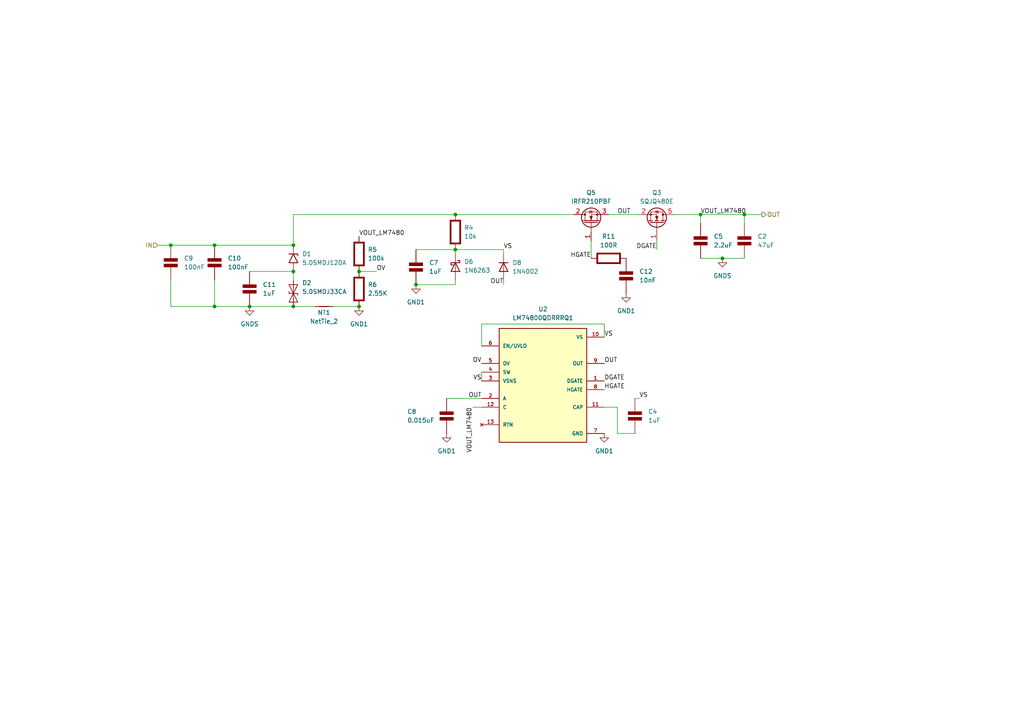
<source format=kicad_sch>
(kicad_sch (version 20250114) (generator "eeschema") (generator_version "9.0")
  (paper "A4")
  (lib_symbols
    (symbol "Device:NetTie_2" (pin_numbers (hide yes)) (pin_names (offset 0) (hide yes)) (in_bom no)
      (property "Reference" "NT" (at 0 1.27 0))
      (property "Value" "NetTie_2" (at 0 -1.27 0))
      (symbol "NetTie_2_0_1"
        (polyline (pts (xy -1.27 0) (xy 1.27 0)) (stroke (width 0.254)))
      )
      (symbol "NetTie_2_1_1"
        (pin passive line (at -2.54 0 0) (length 2.54) (name "1") (number "1"))
        (pin passive line (at 2.54 0 180) (length 2.54) (name "2") (number "2"))
      )
    )
    (symbol "Device:Q_NMOS_Depletion_GDS" (pin_names (offset 0) (hide yes))
      (property "Reference" "Q" (at 5.08 1.905 0))
      (property "Value" "Q_NMOS_Depletion_GDS" (at 5.08 0 0))
      (symbol "Q_NMOS_Depletion_GDS_0_1"
        (polyline (pts (xy 0.254 1.905) (xy 0.254 -1.905)) (stroke (width 0.254)))
        (polyline (pts (xy 0.254 0) (xy -2.54 0)))
        (polyline (pts (xy 0.762 2.286) (xy 0.762 -2.286)) (stroke (width 0.254)))
        (polyline (pts (xy 0.762 -1.778) (xy 3.302 -1.778) (xy 3.302 1.778) (xy 0.762 1.778)))
        (polyline (pts (xy 1.016 0) (xy 2.032 0.381) (xy 2.032 -0.381) (xy 1.016 0)) (fill (type outline)))
        (circle (center 1.651 0) (radius 2.794) (stroke (width 0.254)))
        (polyline (pts (xy 2.54 2.54) (xy 2.54 1.778)))
        (circle (center 2.54 1.778) (radius 0.254) (fill (type outline)))
        (circle (center 2.54 -1.778) (radius 0.254) (fill (type outline)))
        (polyline (pts (xy 2.54 -2.54) (xy 2.54 0) (xy 0.762 0)))
        (polyline (pts (xy 2.794 0.508) (xy 2.921 0.381) (xy 3.683 0.381) (xy 3.81 0.254)))
        (polyline (pts (xy 3.302 0.381) (xy 2.921 -0.254) (xy 3.683 -0.254) (xy 3.302 0.381)))
      )
      (symbol "Q_NMOS_Depletion_GDS_1_1"
        (pin input line (at -5.08 0 0) (length 2.54) (name "G") (number "1"))
        (pin passive line (at 2.54 5.08 270) (length 2.54) (name "D") (number "2"))
        (pin passive line (at 2.54 -5.08 90) (length 2.54) (name "S") (number "3"))
      )
    )
    (symbol "Diode:1N4002" (pin_numbers (hide yes)) (pin_names (hide yes))
      (property "Reference" "D" (at 0 2.54 0))
      (property "Value" "1N4002" (at 0 -2.54 0))
      (symbol "1N4002_0_1"
        (polyline (pts (xy -1.27 1.27) (xy -1.27 -1.27)) (stroke (width 0.254)))
        (polyline (pts (xy 1.27 1.27) (xy 1.27 -1.27) (xy -1.27 0) (xy 1.27 1.27)) (stroke (width 0.254)))
        (polyline (pts (xy 1.27 0) (xy -1.27 0)))
      )
      (symbol "1N4002_1_1"
        (pin passive line (at -3.81 0 0) (length 2.54) (name "K") (number "1"))
        (pin passive line (at 3.81 0 180) (length 2.54) (name "A") (number "2"))
      )
    )
    (symbol "Diode:1N6263" (pin_numbers (hide yes)) (pin_names (offset 1.016) (hide yes))
      (property "Reference" "D" (at 0 2.54 0))
      (property "Value" "1N6263" (at 0 -2.54 0))
      (symbol "1N6263_0_1"
        (polyline (pts (xy -1.905 0.635) (xy -1.905 1.27) (xy -1.27 1.27) (xy -1.27 -1.27) (xy -0.635 -1.27) (xy -0.635 -0.635)) (stroke (width 0.254)))
        (polyline (pts (xy 1.27 1.27) (xy 1.27 -1.27) (xy -1.27 0) (xy 1.27 1.27)) (stroke (width 0.254)))
        (polyline (pts (xy 1.27 0) (xy -1.27 0)))
      )
      (symbol "1N6263_1_1"
        (pin passive line (at -3.81 0 0) (length 2.54) (name "K") (number "1"))
        (pin passive line (at 3.81 0 180) (length 2.54) (name "A") (number "2"))
      )
    )
    (symbol "Diode:SMAJ250A" (pin_numbers (hide yes)) (pin_names (offset 1.016) (hide yes))
      (property "Reference" "D" (at 0 2.54 0))
      (property "Value" "SMAJ250A" (at 0 -2.54 0))
      (symbol "SMAJ250A_0_1"
        (polyline (pts (xy -0.762 1.27) (xy -1.27 1.27) (xy -1.27 -1.27)) (stroke (width 0.254)))
        (polyline (pts (xy 1.27 1.27) (xy 1.27 -1.27) (xy -1.27 0) (xy 1.27 1.27)) (stroke (width 0.254)))
      )
      (symbol "SMAJ250A_1_1"
        (pin passive line (at -3.81 0 0) (length 2.54) (name "A1") (number "1"))
        (pin passive line (at 3.81 0 180) (length 2.54) (name "A2") (number "2"))
      )
    )
    (symbol "Diode:SMAJ250CA" (pin_numbers (hide yes)) (pin_names (offset 1.016) (hide yes))
      (property "Reference" "D" (at 0 2.54 0))
      (property "Value" "SMAJ250CA" (at 0 -2.54 0))
      (symbol "SMAJ250CA_0_1"
        (polyline (pts (xy -2.54 -1.27) (xy 0 0) (xy -2.54 1.27) (xy -2.54 -1.27)) (stroke (width 0.2032)))
        (polyline (pts (xy 0.508 1.27) (xy 0 1.27) (xy 0 -1.27) (xy -0.508 -1.27)) (stroke (width 0.2032)))
        (polyline (pts (xy 1.27 0) (xy -1.27 0)))
        (polyline (pts (xy 2.54 1.27) (xy 2.54 -1.27) (xy 0 0) (xy 2.54 1.27)) (stroke (width 0.2032)))
      )
      (symbol "SMAJ250CA_1_1"
        (pin passive line (at -3.81 0 0) (length 2.54) (name "A1") (number "1"))
        (pin passive line (at 3.81 0 180) (length 2.54) (name "A2") (number "2"))
      )
    )
    (symbol "LM74800QDRRRQ1:LM74800QDRRRQ1" (pin_names (offset 1.016))
      (property "Reference" "U" (at -12.7 16.002 0))
      (property "Value" "LM74800QDRRRQ1" (at -12.7 -20.32 0))
      (symbol "LM74800QDRRRQ1_0_0"
        (rectangle (start -12.7 -17.78) (end 12.7 15.24) (stroke (width 0.254)) (fill (type background)))
        (pin input line (at -17.78 10.16 0) (length 5.08) (name "EN/UVLO") (number "6"))
        (pin input line (at -17.78 5.08 0) (length 5.08) (name "OV") (number "5"))
        (pin input line (at -17.78 2.54 0) (length 5.08) (name "SW") (number "4"))
        (pin input line (at -17.78 0 0) (length 5.08) (name "VSNS") (number "3"))
        (pin input line (at -17.78 -5.08 0) (length 5.08) (name "A") (number "2"))
        (pin input line (at -17.78 -7.62 0) (length 5.08) (name "C") (number "12"))
        (pin no_connect line (at -17.78 -12.7 0) (length 5.08) (name "RTN") (number "13"))
        (pin power_in line (at 17.78 12.7 180) (length 5.08) (name "VS") (number "10"))
        (pin output line (at 17.78 5.08 180) (length 5.08) (name "OUT") (number "9"))
        (pin output line (at 17.78 0 180) (length 5.08) (name "DGATE") (number "1"))
        (pin output line (at 17.78 -2.54 180) (length 5.08) (name "HGATE") (number "8"))
        (pin output line (at 17.78 -7.62 180) (length 5.08) (name "CAP") (number "11"))
        (pin power_in line (at 17.78 -15.24 180) (length 5.08) (name "GND") (number "7"))
      )
    )
    (symbol "PCM_Elektuur:C" (pin_numbers (hide yes)) (pin_names (offset 0) (hide yes))
      (property "Reference" "C" (at 0.635 3.175 0))
      (property "Value" "C" (at 0.635 -3.175 0))
      (symbol "C_1_1"
        (rectangle (start -1.905 1.1938) (end 1.905 0.4318) (stroke (width 0.254)) (fill (type outline)))
        (rectangle (start -1.905 -0.4318) (end 1.905 -1.1938) (stroke (width 0.254)) (fill (type outline)))
        (pin passive line (at 0 5.08 270) (length 3.8862) (name "+") (number "1"))
        (pin passive line (at 0 -5.08 90) (length 3.8862) (name "-") (number "2"))
      )
      (symbol "C_1_2"
        (polyline (pts (xy -1.905 0.4318) (xy 1.905 0.4318) (xy 1.905 1.4986) (xy -1.905 1.4986) (xy -1.905 0.4318) (xy -1.8034 0.5334) (xy -1.8034 1.397) (xy 1.8034 1.397) (xy 1.8034 0.5334) (xy -1.8034 0.5334) (xy -1.905 0.4318)) (stroke (width 0.254)) (fill (type outline)))
        (polyline (pts (xy -1.905 -1.4986) (xy 1.905 -1.4986) (xy 1.905 -0.4318) (xy -1.905 -0.4318) (xy -1.905 -1.4986) (xy -1.8034 -1.397) (xy -1.8034 -0.5334) (xy 1.8034 -0.5334) (xy 1.8034 -1.397) (xy -1.8034 -1.397) (xy -1.905 -1.4986)) (stroke (width 0.254)) (fill (type outline)))
        (pin passive line (at 0 5.08 270) (length 3.5814) (name "+") (number "1"))
        (pin passive line (at 0 -5.08 90) (length 3.5814) (name "-") (number "2"))
      )
    )
    (symbol "PCM_Elektuur:R" (pin_numbers (hide yes)) (pin_names (offset 0) (hide yes))
      (property "Reference" "R" (at 2.54 3.175 0))
      (property "Value" "R" (at 0 0 90))
      (symbol "R_1_1"
        (polyline (pts (xy -1.524 -3.429) (xy 1.524 -3.429) (xy 1.524 3.429) (xy -1.524 3.429) (xy -1.524 -3.429) (xy -1.27 -3.175) (xy -1.27 3.175) (xy 1.27 3.175) (xy 1.27 -3.175) (xy -1.27 -3.175) (xy -1.524 -3.429)) (stroke (width 0.254)) (fill (type outline)))
        (pin passive line (at 0 5.08 270) (length 1.651) (name "+") (number "1"))
        (pin passive line (at 0 -5.08 90) (length 1.651) (name "-") (number "2"))
      )
      (symbol "R_1_2"
        (polyline (pts (xy -0.508 -3.429) (xy 1.524 -3.429) (xy 1.524 3.429) (xy -0.508 3.429) (xy -0.508 3.175) (xy 1.27 3.175) (xy 1.27 -3.175) (xy -0.508 -3.175) (xy -0.508 -3.429)) (stroke (width 0.254)) (fill (type outline)))
        (pin passive line (at 0 5.08 270) (length 1.651) (name "+") (number "1"))
        (pin passive line (at 0 -5.08 90) (length 1.651) (name "-") (number "2"))
      )
      (symbol "R_1_3"
        (polyline (pts (xy 0 3.4798) (xy 0 3.2004) (xy 0.7112 2.794) (xy -1.1938 1.6764) (xy 0.7112 0.5588) (xy -1.1938 -0.5588) (xy 0.7112 -1.6764) (xy -1.1938 -2.794) (xy 0 -3.4798) (xy 0 -3.2004) (xy -0.7112 -2.794) (xy 1.1938 -1.6764) (xy -0.7112 -0.5588) (xy 1.1938 0.5588) (xy -0.7112 1.6764) (xy 1.1938 2.794) (xy 0 3.4798)) (stroke (width 0.254)) (fill (type outline)))
        (pin passive line (at 0 5.08 270) (length 1.6002) (name "+") (number "1"))
        (pin passive line (at 0 -5.08 90) (length 1.6002) (name "-") (number "2"))
      )
      (symbol "R_1_4"
        (polyline (pts (xy 0 4.5466) (xy 0 4.2672) (xy 0.0508 4.2418) (xy 1.016 3.683) (xy -1.524 2.2098) (xy 1.016 0.7366) (xy -1.524 -0.7366) (xy 1.016 -2.2098) (xy -1.524 -3.683) (xy -0.0762 -4.5212) (xy 0 -4.5466) (xy 0 -4.2672) (xy -0.0508 -4.2418) (xy -1.016 -3.683) (xy 1.524 -2.2098) (xy -1.016 -0.7366) (xy 1.524 0.7366) (xy -1.016 2.2098) (xy 1.524 3.683) (xy 0.0762 4.5212) (xy 0 4.5466)) (stroke (width 0.254)) (fill (type outline)))
        (pin passive line (at 0 5.08 270) (length 0.5334) (name "+") (number "1"))
        (pin passive line (at 0 -5.08 90) (length 0.5334) (name "-") (number "2"))
      )
    )
    (symbol "Transistor_FET:SQJQ480E" (pin_names (offset 0) (hide yes))
      (property "Reference" "Q" (at 5.08 1.27 0))
      (property "Value" "SQJQ480E" (at 5.08 -1.27 0))
      (symbol "SQJQ480E_0_1"
        (polyline (pts (xy 0.254 1.905) (xy 0.254 -1.905)) (stroke (width 0.254)))
        (polyline (pts (xy 0.254 0) (xy -2.54 0)))
        (polyline (pts (xy 0.762 2.286) (xy 0.762 1.27)) (stroke (width 0.254)))
        (polyline (pts (xy 0.762 0.508) (xy 0.762 -0.508)) (stroke (width 0.254)))
        (polyline (pts (xy 0.762 -1.27) (xy 0.762 -2.286)) (stroke (width 0.254)))
        (polyline (pts (xy 0.762 -1.778) (xy 3.302 -1.778) (xy 3.302 1.778) (xy 0.762 1.778)))
        (polyline (pts (xy 1.016 0) (xy 2.032 0.381) (xy 2.032 -0.381) (xy 1.016 0)) (fill (type outline)))
        (circle (center 1.651 0) (radius 2.794) (stroke (width 0.254)))
        (polyline (pts (xy 2.54 2.54) (xy 2.54 1.778)))
        (circle (center 2.54 1.778) (radius 0.254) (fill (type outline)))
        (circle (center 2.54 -1.778) (radius 0.254) (fill (type outline)))
        (polyline (pts (xy 2.54 -2.54) (xy 2.54 0) (xy 0.762 0)))
        (polyline (pts (xy 2.794 0.508) (xy 2.921 0.381) (xy 3.683 0.381) (xy 3.81 0.254)))
        (polyline (pts (xy 3.302 0.381) (xy 2.921 -0.254) (xy 3.683 -0.254) (xy 3.302 0.381)))
      )
      (symbol "SQJQ480E_1_1"
        (pin input line (at -5.08 0 0) (length 2.54) (name "G") (number "1"))
        (pin passive line (at 2.54 5.08 270) (length 2.54) (name "D") (number "5"))
        (pin passive line (at 2.54 -5.08 90) (length 2.54) (name "S") (number "2"))
        (pin passive line (at 2.54 -5.08 90) (length 2.54) (hide yes) (name "S") (number "3"))
        (pin passive line (at 2.54 -5.08 90) (length 2.54) (hide yes) (name "S") (number "4"))
      )
    )
    (symbol "power:GND1" (power) (pin_numbers (hide yes)) (pin_names (offset 0) (hide yes))
      (property "Value" "GND1" (at 0 -3.81 0))
      (symbol "GND1_0_1"
        (polyline (pts (xy 0 0) (xy 0 -1.27) (xy 1.27 -1.27) (xy 0 -2.54) (xy -1.27 -1.27) (xy 0 -1.27)))
      )
      (symbol "GND1_1_1"
        (pin power_in line (at 0 0 270) (length 0) (name "~") (number "1"))
      )
    )
    (symbol "power:GNDS" (power) (pin_numbers (hide yes)) (pin_names (offset 0) (hide yes))
      (property "Value" "GNDS" (at 0 -3.81 0))
      (symbol "GNDS_0_1"
        (polyline (pts (xy 0 0) (xy 0 -1.27) (xy 1.27 -1.27) (xy 0 -2.54) (xy -1.27 -1.27) (xy 0 -1.27)))
      )
      (symbol "GNDS_1_1"
        (pin power_in line (at 0 0 270) (length 0) (name "~") (number "1"))
      )
    )
  )
  (junction (at 120.65 82.55))
  (junction (at 104.14 78.74))
  (junction (at 85.09 71.12))
  (junction (at 85.09 88.9))
  (junction (at 209.55 74.93))
  (junction (at 132.08 72.39))
  (junction (at 203.2 62.23))
  (junction (at 49.53 71.12))
  (junction (at 215.9 62.23))
  (junction (at 132.08 62.23))
  (junction (at 72.39 88.9))
  (junction (at 62.23 88.9))
  (junction (at 62.23 71.12))
  (junction (at 85.09 78.74))
  (junction (at 104.14 88.9))
  (wire (pts (xy 120.65 82.55) (xy 132.08 82.55)))
  (wire (pts (xy 132.08 82.55) (xy 132.08 81.28)))
  (wire (pts (xy 96.52 88.9) (xy 104.14 88.9)))
  (wire (pts (xy 203.2 74.93) (xy 209.55 74.93)))
  (wire (pts (xy 195.58 62.23) (xy 203.2 62.23)))
  (wire (pts (xy 139.7 107.95) (xy 139.7 110.49)))
  (wire (pts (xy 137.16 118.11) (xy 139.7 118.11)))
  (wire (pts (xy 132.08 62.23) (xy 166.37 62.23)))
  (wire (pts (xy 175.26 93.98) (xy 139.7 93.98)))
  (wire (pts (xy 49.53 88.9) (xy 62.23 88.9)))
  (wire (pts (xy 129.54 115.57) (xy 139.7 115.57)))
  (wire (pts (xy 72.39 88.9) (xy 85.09 88.9)))
  (wire (pts (xy 179.07 125.73) (xy 179.07 118.11)))
  (wire (pts (xy 85.09 62.23) (xy 85.09 71.12)))
  (wire (pts (xy 72.39 88.9) (xy 62.23 88.9)))
  (wire (pts (xy 171.45 69.85) (xy 171.45 74.93)))
  (wire (pts (xy 175.26 118.11) (xy 179.07 118.11)))
  (wire (pts (xy 203.2 62.23) (xy 203.2 64.77)))
  (wire (pts (xy 62.23 71.12) (xy 85.09 71.12)))
  (wire (pts (xy 146.05 72.39) (xy 146.05 73.66)))
  (wire (pts (xy 185.42 115.57) (xy 184.15 115.57)))
  (wire (pts (xy 179.07 125.73) (xy 184.15 125.73)))
  (wire (pts (xy 139.7 93.98) (xy 139.7 100.33)))
  (wire (pts (xy 104.14 78.74) (xy 109.22 78.74)))
  (wire (pts (xy 146.05 82.55) (xy 146.05 81.28)))
  (wire (pts (xy 132.08 72.39) (xy 146.05 72.39)))
  (wire (pts (xy 85.09 62.23) (xy 132.08 62.23)))
  (wire (pts (xy 132.08 73.66) (xy 132.08 72.39)))
  (wire (pts (xy 203.2 62.23) (xy 215.9 62.23)))
  (wire (pts (xy 215.9 62.23) (xy 220.98 62.23)))
  (wire (pts (xy 175.26 97.79) (xy 175.26 93.98)))
  (wire (pts (xy 209.55 74.93) (xy 215.9 74.93)))
  (wire (pts (xy 49.53 71.12) (xy 62.23 71.12)))
  (wire (pts (xy 85.09 81.28) (xy 85.09 78.74)))
  (wire (pts (xy 176.53 62.23) (xy 185.42 62.23)))
  (wire (pts (xy 72.39 78.74) (xy 85.09 78.74)))
  (wire (pts (xy 215.9 62.23) (xy 215.9 64.77)))
  (wire (pts (xy 62.23 81.28) (xy 62.23 88.9)))
  (wire (pts (xy 49.53 88.9) (xy 49.53 81.28)))
  (wire (pts (xy 91.44 88.9) (xy 85.09 88.9)))
  (wire (pts (xy 120.65 72.39) (xy 132.08 72.39)))
  (wire (pts (xy 190.5 69.85) (xy 190.5 72.39)))
  (wire (pts (xy 45.72 71.12) (xy 49.53 71.12)))
  (label "HGATE" (at 171.45 74.93 180))
  (label "OUT" (at 175.26 105.41 0))
  (label "VOUT_LM7480" (at 104.14 68.58 0))
  (label "VS" (at 185.42 115.57 0))
  (label "DGATE" (at 190.5 72.39 180))
  (label "VS" (at 175.26 97.79 0))
  (label "VS" (at 146.05 72.39 0))
  (label "OUT" (at 139.7 115.57 180))
  (label "HGATE" (at 175.26 113.03 0))
  (label "VOUT_LM7480" (at 203.2 62.23 0))
  (label "OUT" (at 146.05 82.55 180))
  (label "OV" (at 109.22 78.74 0))
  (label "VS" (at 139.7 110.49 180))
  (label "VOUT_LM7480" (at 137.16 118.11 270))
  (label "OV" (at 139.7 105.41 180))
  (label "OUT" (at 179.07 62.23 0))
  (label "DGATE" (at 175.26 110.49 0))
  (hierarchical_label "IN" (shape input) (at 45.72 71.12 180))
  (hierarchical_label "OUT" (shape output) (at 220.98 62.23 0))
  (symbol (lib_id "PCM_Elektuur:R") (at 176.53 74.93 90) (unit 1)
    (property "Reference" "R11" (at 176.53 68.58 90))
    (property "Value" "100R" (at 176.53 71.12 90))
    (property "Footprint" "Resistor_SMD:R_1206_3216Metric_Pad1.30x1.75mm_HandSolder" (effects (hide yes)))
    (property "Description" "resistor" (effects (hide yes)))
    (property "Indicator" "+" (effects (hide yes)))
    (property "Rating" "W" (effects (hide yes)))
  )
  (symbol (lib_id "PCM_Elektuur:C") (at 181.61 80.01 0) (unit 1)
    (property "Reference" "C12" (at 185.42 78.7399 0) (effects (justify left)))
    (property "Value" "10nF" (at 185.42 81.2799 0) (effects (justify left)))
    (property "Footprint" "Capacitor_SMD:C_0805_2012Metric" (effects (hide yes)))
    (property "Description" "capacitor, non-polarized/bipolar" (effects (hide yes)))
    (property "Indicator" "+" (effects (hide yes)))
    (property "Rating" "V" (effects (hide yes)))
  )
  (symbol (lib_id "power:GNDS") (at 209.55 74.93 0) (unit 1)
    (property "Reference" "#PWR05" (effects (hide yes)))
    (property "Value" "GNDS" (at 209.55 80.01 0))
    (property "Description" "Power symbol creates a global label with name \"GNDS\" , signal ground" (effects (hide yes)))
  )
  (symbol (lib_id "power:GND1") (at 129.54 125.73 0) (unit 1)
    (property "Reference" "#PWR09" (effects (hide yes)))
    (property "Value" "GND1" (at 129.54 130.81 0))
    (property "Description" "Power symbol creates a global label with name \"GND1\" , ground" (effects (hide yes)))
  )
  (symbol (lib_id "Diode:1N6263") (at 132.08 77.47 270) (unit 1)
    (property "Reference" "D6" (at 134.62 75.8824 90) (effects (justify left)))
    (property "Value" "1N6263" (at 134.62 78.4224 90) (effects (justify left)))
    (property "Footprint" "Diode_THT:D_DO-35_SOD27_P7.62mm_Horizontal" (effects (hide yes)))
    (property "Datasheet" "www.st.com/resource/en/datasheet/1n6263.pdf" (effects (hide yes)))
    (property "Description" "60V 15mA Schottky diode, DO-35" (effects (hide yes)))
  )
  (symbol (lib_id "Device:Q_NMOS_Depletion_GDS") (at 171.45 64.77 90) (unit 1)
    (property "Reference" "Q5" (at 171.45 55.88 90))
    (property "Value" "IRFR210PBF" (at 171.45 58.42 90))
    (property "Footprint" "Package_TO_SOT_SMD:TO-263-3_TabPin2" (effects (hide yes)))
    (property "Description" "Depletion-mode N-channel MOSFET gate/drain/source" (effects (hide yes)))
  )
  (symbol (lib_id "power:GND1") (at 175.26 125.73 0) (unit 1)
    (property "Reference" "#PWR019" (effects (hide yes)))
    (property "Value" "GND1" (at 175.26 130.81 0))
    (property "Description" "Power symbol creates a global label with name \"GND1\" , ground" (effects (hide yes)))
  )
  (symbol (lib_id "PCM_Elektuur:C") (at 72.39 83.82 0) (unit 1)
    (property "Reference" "C11" (at 76.2 82.5499 0) (effects (justify left)))
    (property "Value" "1uF" (at 76.2 85.0899 0) (effects (justify left)))
    (property "Footprint" "Capacitor_SMD:C_1206_3216Metric" (effects (hide yes)))
    (property "Description" "capacitor, non-polarized/bipolar" (effects (hide yes)))
    (property "Indicator" "+" (effects (hide yes)))
    (property "Rating" "V" (effects (hide yes)))
  )
  (symbol (lib_id "PCM_Elektuur:R") (at 132.08 67.31 0) (unit 1)
    (property "Reference" "R4" (at 134.62 66.0399 0) (effects (justify left)))
    (property "Value" "10k" (at 134.62 68.5799 0) (effects (justify left)))
    (property "Footprint" "Resistor_SMD:R_1206_3216Metric_Pad1.30x1.75mm_HandSolder" (effects (hide yes)))
    (property "Description" "resistor" (effects (hide yes)))
    (property "Indicator" "+" (effects (hide yes)))
    (property "Rating" "W" (effects (hide yes)))
  )
  (symbol (lib_id "LM74800QDRRRQ1:LM74800QDRRRQ1") (at 157.48 110.49 0) (unit 1)
    (property "Reference" "U2" (at 157.48 89.662 0))
    (property "Value" "LM74800QDRRRQ1" (at 157.48 92.202 0))
    (property "Footprint" "LM74800QDRRRQ1:IC_LM74800QDRRRQ1" (effects (hide yes)))
    (property "MF" "Texas Instruments" (effects (hide yes)))
    (property "MAXIMUM_PACKAGE_HEIGHT" "0.8mm" (effects (hide yes)))
    (property "Package" "WSON-12 Texas Instruments" (effects (hide yes)))
    (property "Price" "None" (effects (hide yes)))
    (property "Check_prices" "https://www.snapeda.com/parts/LM74800QDRRRQ1/Texas+Instruments/view-part/?ref=eda" (effects (hide yes)))
    (property "STANDARD" "Manufacturer Recommendations" (effects (hide yes)))
    (property "PARTREV" "C" (effects (hide yes)))
    (property "SnapEDA_Link" "https://www.snapeda.com/parts/LM74800QDRRRQ1/Texas+Instruments/view-part/?ref=snap" (effects (hide yes)))
    (property "MP" "LM74800QDRRRQ1" (effects (hide yes)))
    (property "Description_1" "\n                        \n                            3-V to 65-V, automotive ideal diode controller driving back to back NFETs\n                        \n" (effects (hide yes)))
    (property "Availability" "In Stock" (effects (hide yes)))
    (property "MANUFACTURER" "Texas Instruments" (effects (hide yes)))
  )
  (symbol (lib_id "Diode:1N4002") (at 146.05 77.47 270) (unit 1)
    (property "Reference" "D8" (at 148.59 76.1999 90) (effects (justify left)))
    (property "Value" "1N4002" (at 148.59 78.7399 90) (effects (justify left)))
    (property "Footprint" "Diode_THT:D_DO-41_SOD81_P10.16mm_Horizontal" (effects (hide yes)))
    (property "Datasheet" "http://www.vishay.com/docs/88503/1n4001.pdf" (effects (hide yes)))
    (property "Description" "100V 1A General Purpose Rectifier Diode, DO-41" (effects (hide yes)))
    (property "Sim.Device" "D" (effects (hide yes)))
    (property "Sim.Pins" "1=K 2=A" (effects (hide yes)))
  )
  (symbol (lib_id "PCM_Elektuur:C") (at 120.65 77.47 0) (unit 1)
    (property "Reference" "C7" (at 124.46 76.1999 0) (effects (justify left)))
    (property "Value" "1uF" (at 124.46 78.7399 0) (effects (justify left)))
    (property "Footprint" "Capacitor_SMD:C_1206_3216Metric" (effects (hide yes)))
    (property "Description" "capacitor, non-polarized/bipolar" (effects (hide yes)))
    (property "Indicator" "+" (effects (hide yes)))
    (property "Rating" "V" (effects (hide yes)))
  )
  (symbol (lib_id "PCM_Elektuur:C") (at 203.2 69.85 0) (unit 1)
    (property "Reference" "C5" (at 207.01 68.5799 0) (effects (justify left)))
    (property "Value" "2.2uF" (at 207.01 71.1199 0) (effects (justify left)))
    (property "Footprint" "Capacitor_SMD:C_0805_2012Metric" (effects (hide yes)))
    (property "Description" "capacitor, non-polarized/bipolar" (effects (hide yes)))
    (property "Indicator" "+" (effects (hide yes)))
    (property "Rating" "V" (effects (hide yes)))
  )
  (symbol (lib_id "Transistor_FET:SQJQ480E") (at 190.5 64.77 270) (mirror x) (unit 1)
    (property "Reference" "Q3" (at 190.5 55.88 90))
    (property "Value" "SQJQ480E" (at 190.5 58.42 90))
    (property "Footprint" "Package_TO_SOT_SMD:LFPAK88" (effects (hide yes)))
    (property "Datasheet" "https://www.vishay.com/docs/76718/sqjq480e.pdf" (effects (hide yes)))
    (property "Description" "150A Id, 80V Vds, N-Channel TrenchFET MOSFET, 3mOhm Ron, 21nC Qqd, -55 to 175 °C, LFPAK88" (effects (hide yes)))
  )
  (symbol (lib_id "PCM_Elektuur:C") (at 129.54 120.65 0) (unit 1)
    (property "Reference" "C8" (at 118.11 119.38 0) (effects (justify left)))
    (property "Value" "0.015uF" (at 118.11 121.92 0) (effects (justify left)))
    (property "Footprint" "Capacitor_SMD:C_1206_3216Metric" (effects (hide yes)))
    (property "Description" "capacitor, non-polarized/bipolar" (effects (hide yes)))
    (property "Indicator" "+" (effects (hide yes)))
    (property "Rating" "V" (effects (hide yes)))
  )
  (symbol (lib_id "PCM_Elektuur:C") (at 62.23 76.2 0) (unit 1)
    (property "Reference" "C10" (at 66.04 74.9299 0) (effects (justify left)))
    (property "Value" "100nF" (at 66.04 77.4699 0) (effects (justify left)))
    (property "Footprint" "Capacitor_SMD:C_0805_2012Metric" (effects (hide yes)))
    (property "Description" "capacitor, non-polarized/bipolar" (effects (hide yes)))
    (property "Indicator" "+" (effects (hide yes)))
    (property "Rating" "V" (effects (hide yes)))
  )
  (symbol (lib_id "PCM_Elektuur:C") (at 215.9 69.85 0) (unit 1)
    (property "Reference" "C2" (at 219.71 68.5799 0) (effects (justify left)))
    (property "Value" "47uF" (at 219.71 71.1199 0) (effects (justify left)))
    (property "Footprint" "Capacitor_SMD:CP_Elec_8x10" (effects (hide yes)))
    (property "Description" "capacitor, non-polarized/bipolar" (effects (hide yes)))
    (property "Indicator" "+" (effects (hide yes)))
    (property "Rating" "V" (effects (hide yes)))
  )
  (symbol (lib_id "Diode:SMAJ250A") (at 85.09 74.93 270) (unit 1)
    (property "Reference" "D1" (at 87.63 73.6599 90) (effects (justify left)))
    (property "Value" "5.0SMDJ120A" (at 87.63 76.1999 90) (effects (justify left)))
    (property "Footprint" "Diode_SMD:D_SMC" (effects (hide yes)))
    (property "Datasheet" "https://www.littelfuse.com/media?resourcetype=datasheets&itemid=75e32973-b177-4ee3-a0ff-cedaf1abdb93&filename=smaj-datasheet" (effects (hide yes)))
    (property "Description" "400W unidirectional Transient Voltage Suppressor, 250.0Vr, SMA(DO-214AC)" (effects (hide yes)))
  )
  (symbol (lib_id "power:GND1") (at 104.14 88.9 0) (unit 1)
    (property "Reference" "#PWR02" (effects (hide yes)))
    (property "Value" "GND1" (at 104.14 93.98 0))
    (property "Description" "Power symbol creates a global label with name \"GND1\" , ground" (effects (hide yes)))
  )
  (symbol (lib_id "PCM_Elektuur:C") (at 49.53 76.2 0) (unit 1)
    (property "Reference" "C9" (at 53.34 74.9299 0) (effects (justify left)))
    (property "Value" "100nF" (at 53.34 77.4699 0) (effects (justify left)))
    (property "Footprint" "Capacitor_SMD:C_0805_2012Metric" (effects (hide yes)))
    (property "Description" "capacitor, non-polarized/bipolar" (effects (hide yes)))
    (property "Indicator" "+" (effects (hide yes)))
    (property "Rating" "V" (effects (hide yes)))
  )
  (symbol (lib_id "PCM_Elektuur:R") (at 104.14 73.66 0) (unit 1)
    (property "Reference" "R5" (at 106.68 72.3899 0) (effects (justify left)))
    (property "Value" "100k" (at 106.68 74.9299 0) (effects (justify left)))
    (property "Footprint" "Resistor_SMD:R_1206_3216Metric_Pad1.30x1.75mm_HandSolder" (effects (hide yes)))
    (property "Description" "resistor" (effects (hide yes)))
    (property "Indicator" "+" (effects (hide yes)))
    (property "Rating" "W" (effects (hide yes)))
  )
  (symbol (lib_id "power:GNDS") (at 72.39 88.9 0) (unit 1)
    (property "Reference" "#PWR01" (effects (hide yes)))
    (property "Value" "GNDS" (at 72.39 93.98 0))
    (property "Description" "Power symbol creates a global label with name \"GNDS\" , signal ground" (effects (hide yes)))
  )
  (symbol (lib_id "power:GND1") (at 181.61 85.09 0) (unit 1)
    (property "Reference" "#PWR06" (effects (hide yes)))
    (property "Value" "GND1" (at 181.61 90.17 0))
    (property "Description" "Power symbol creates a global label with name \"GND1\" , ground" (effects (hide yes)))
  )
  (symbol (lib_id "Diode:SMAJ250CA") (at 85.09 85.09 90) (unit 1)
    (property "Reference" "D2" (at 87.63 82.042 90) (effects (justify right)))
    (property "Value" "5.0SMDJ33CA" (at 87.63 84.582 90) (effects (justify right)))
    (property "Footprint" "Diode_SMD:D_SMC" (effects (hide yes)))
    (property "Datasheet" "https://www.littelfuse.com/media?resourcetype=datasheets&itemid=75e32973-b177-4ee3-a0ff-cedaf1abdb93&filename=smaj-datasheet" (effects (hide yes)))
    (property "Description" "600W bidirectional Transient Voltage Suppressor, 250.0Vr, SMA(DO-214AC)" (effects (hide yes)))
  )
  (symbol (lib_id "power:GND1") (at 120.65 82.55 0) (unit 1)
    (property "Reference" "#PWR07" (effects (hide yes)))
    (property "Value" "GND1" (at 120.65 87.63 0))
    (property "Description" "Power symbol creates a global label with name \"GND1\" , ground" (effects (hide yes)))
  )
  (symbol (lib_id "Device:NetTie_2") (at 93.98 88.9 0) (unit 1) (in_bom no)
    (property "Reference" "NT1" (at 93.98 90.678 0))
    (property "Value" "NetTie_2" (at 93.98 93.218 0))
    (property "Description" "Net tie, 2 pins" (effects (hide yes)))
  )
  (symbol (lib_id "PCM_Elektuur:C") (at 184.15 120.65 0) (unit 1)
    (property "Reference" "C4" (at 187.96 119.3799 0) (effects (justify left)))
    (property "Value" "1uF" (at 187.96 121.9199 0) (effects (justify left)))
    (property "Footprint" "Capacitor_SMD:C_0805_2012Metric" (effects (hide yes)))
    (property "Description" "capacitor, non-polarized/bipolar" (effects (hide yes)))
    (property "Indicator" "+" (effects (hide yes)))
    (property "Rating" "V" (effects (hide yes)))
  )
  (symbol (lib_id "PCM_Elektuur:R") (at 104.14 83.82 0) (unit 1)
    (property "Reference" "R6" (at 106.68 82.5499 0) (effects (justify left)))
    (property "Value" "2.55K" (at 106.68 85.0899 0) (effects (justify left)))
    (property "Footprint" "Resistor_SMD:R_1206_3216Metric_Pad1.30x1.75mm_HandSolder" (effects (hide yes)))
    (property "Description" "resistor" (effects (hide yes)))
    (property "Indicator" "+" (effects (hide yes)))
    (property "Rating" "W" (effects (hide yes)))
  )
)
</source>
